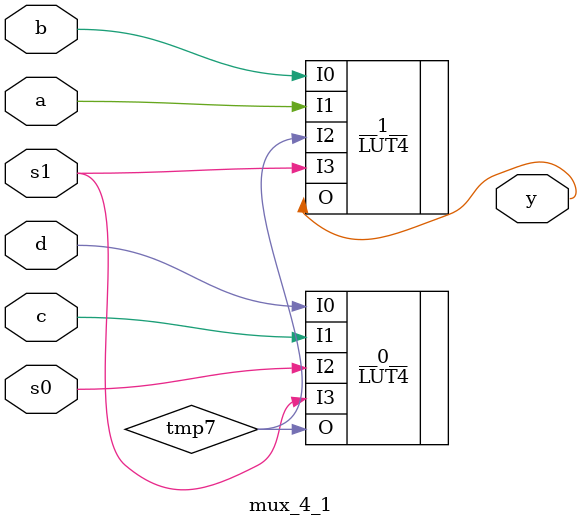
<source format=v>

module mux_4_1 (
    b,
    a,
    d,
    c,
    s0,
    s1,
    y
);
  input b;
  wire b;
  input a;
  wire a;
  input d;
  wire d;
  input c;
  wire c;
  input s0;
  wire s0;
  input s1;
  wire s1;
  output y;
  wire y;
  wire tmp7;
  LUT4 #(
      .INIT(16'hf0ca)
  ) __0__ (
      .I0(d),
      .I1(c),
      .I2(s0),
      .I3(s1),
      .O (tmp7)
  );
  LUT4 #(
      .INIT(16'hcaf0)
  ) __1__ (
      .I0(b),
      .I1(a),
      .I2(tmp7),
      .I3(s1),
      .O (y)
  );

  // CHECK: NOT #(
  // CHECK: ) __10__ (
  // CHECK:     .A(s0),
  // CHECK:     .Y(__0__)
  // CHECK: );
  // CHECK: AND #(
  // CHECK: ) __11__ (
  // CHECK:     .A(b),
  // CHECK:     .B(__0__),
  // CHECK:     .Y(__1__)
  // CHECK: );
  // CHECK: AND #(
  // CHECK: ) __12__ (
  // CHECK:     .A(s0),
  // CHECK:     .B(a),
  // CHECK:     .Y(__2__)
  // CHECK: );
  // CHECK: NOR #(
  // CHECK: ) __13__ (
  // CHECK:     .A(__2__),
  // CHECK:     .B(__1__),
  // CHECK:     .Y(__3__)
  // CHECK: );
  // CHECK: AND #(
  // CHECK: ) __14__ (
  // CHECK:     .A(s1),
  // CHECK:     .B(__3__),
  // CHECK:     .Y(__4__)
  // CHECK: );
  // CHECK: NOR #(
  // CHECK: ) __15__ (
  // CHECK:     .A(s0),
  // CHECK:     .B(d),
  // CHECK:     .Y(__5__)
  // CHECK: );
  // CHECK: NOT #(
  // CHECK: ) __16__ (
  // CHECK:     .A(c),
  // CHECK:     .Y(__6__)
  // CHECK: );
  // CHECK: AND #(
  // CHECK: ) __17__ (
  // CHECK:     .A(s0),
  // CHECK:     .B(__6__),
  // CHECK:     .Y(__7__)
  // CHECK: );
  // CHECK: NOR #(
  // CHECK: ) __18__ (
  // CHECK:     .A(__7__),
  // CHECK:     .B(__5__),
  // CHECK:     .Y(__8__)
  // CHECK: );
  // CHECK: NOR #(
  // CHECK: ) __19__ (
  // CHECK:     .A(s1),
  // CHECK:     .B(__8__),
  // CHECK:     .Y(__9__)
  // CHECK: );
  // CHECK: NOR #(
  // CHECK: ) __20__ (
  // CHECK:     .A(__9__),
  // CHECK:     .B(__4__),
  // CHECK:     .Y(y)
  // CHECK: );

endmodule

</source>
